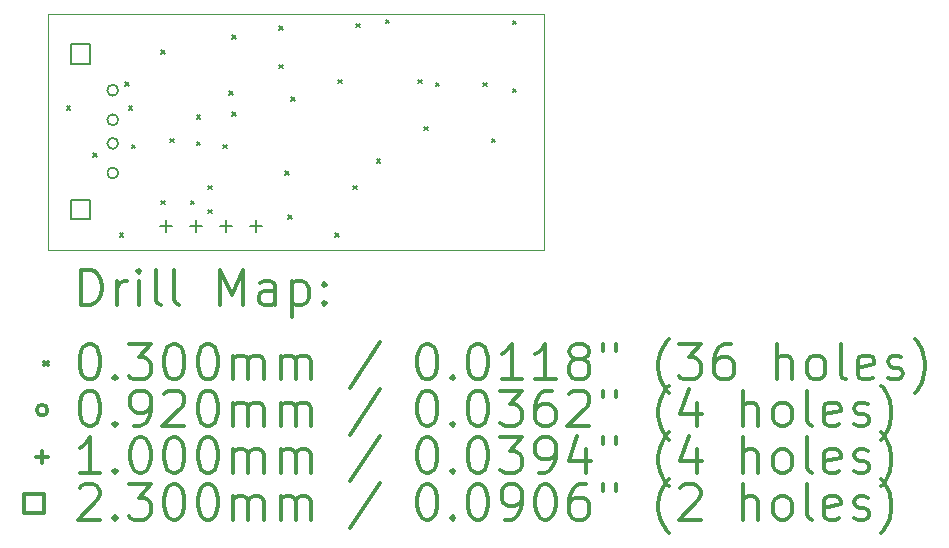
<source format=gbr>
%FSLAX45Y45*%
G04 Gerber Fmt 4.5, Leading zero omitted, Abs format (unit mm)*
G04 Created by KiCad (PCBNEW (5.1.10)-1) date 2022-05-27 15:53:35*
%MOMM*%
%LPD*%
G01*
G04 APERTURE LIST*
%TA.AperFunction,Profile*%
%ADD10C,0.038100*%
%TD*%
%ADD11C,0.200000*%
%ADD12C,0.300000*%
G04 APERTURE END LIST*
D10*
X14300000Y-11500000D02*
X10100000Y-11500000D01*
X14300000Y-13500000D02*
X14300000Y-11500000D01*
X10100000Y-13500000D02*
X14300000Y-13500000D01*
X10100000Y-11500000D02*
X10100000Y-13500000D01*
D11*
X10260000Y-12285000D02*
X10290000Y-12315000D01*
X10290000Y-12285000D02*
X10260000Y-12315000D01*
X10485000Y-12685000D02*
X10515000Y-12715000D01*
X10515000Y-12685000D02*
X10485000Y-12715000D01*
X10710000Y-13360000D02*
X10740000Y-13390000D01*
X10740000Y-13360000D02*
X10710000Y-13390000D01*
X10756841Y-12081841D02*
X10786841Y-12111841D01*
X10786841Y-12081841D02*
X10756841Y-12111841D01*
X10785000Y-12285000D02*
X10815000Y-12315000D01*
X10815000Y-12285000D02*
X10785000Y-12315000D01*
X10810000Y-12610000D02*
X10840000Y-12640000D01*
X10840000Y-12610000D02*
X10810000Y-12640000D01*
X11060000Y-11810000D02*
X11090000Y-11840000D01*
X11090000Y-11810000D02*
X11060000Y-11840000D01*
X11060000Y-13085000D02*
X11090000Y-13115000D01*
X11090000Y-13085000D02*
X11060000Y-13115000D01*
X11135000Y-12560000D02*
X11165000Y-12590000D01*
X11165000Y-12560000D02*
X11135000Y-12590000D01*
X11310000Y-13085000D02*
X11340000Y-13115000D01*
X11340000Y-13085000D02*
X11310000Y-13115000D01*
X11360000Y-12360000D02*
X11390000Y-12390000D01*
X11390000Y-12360000D02*
X11360000Y-12390000D01*
X11360000Y-12585000D02*
X11390000Y-12615000D01*
X11390000Y-12585000D02*
X11360000Y-12615000D01*
X11460000Y-12960000D02*
X11490000Y-12990000D01*
X11490000Y-12960000D02*
X11460000Y-12990000D01*
X11460000Y-13160000D02*
X11490000Y-13190000D01*
X11490000Y-13160000D02*
X11460000Y-13190000D01*
X11585000Y-12610000D02*
X11615000Y-12640000D01*
X11615000Y-12610000D02*
X11585000Y-12640000D01*
X11635000Y-12160000D02*
X11665000Y-12190000D01*
X11665000Y-12160000D02*
X11635000Y-12190000D01*
X11660000Y-11685000D02*
X11690000Y-11715000D01*
X11690000Y-11685000D02*
X11660000Y-11715000D01*
X11660000Y-12335000D02*
X11690000Y-12365000D01*
X11690000Y-12335000D02*
X11660000Y-12365000D01*
X12060000Y-11610000D02*
X12090000Y-11640000D01*
X12090000Y-11610000D02*
X12060000Y-11640000D01*
X12060000Y-11935000D02*
X12090000Y-11965000D01*
X12090000Y-11935000D02*
X12060000Y-11965000D01*
X12110000Y-12835000D02*
X12140000Y-12865000D01*
X12140000Y-12835000D02*
X12110000Y-12865000D01*
X12135000Y-13210000D02*
X12165000Y-13240000D01*
X12165000Y-13210000D02*
X12135000Y-13240000D01*
X12160000Y-12210000D02*
X12190000Y-12240000D01*
X12190000Y-12210000D02*
X12160000Y-12240000D01*
X12535000Y-13360000D02*
X12565000Y-13390000D01*
X12565000Y-13360000D02*
X12535000Y-13390000D01*
X12560000Y-12060000D02*
X12590000Y-12090000D01*
X12590000Y-12060000D02*
X12560000Y-12090000D01*
X12685000Y-12960000D02*
X12715000Y-12990000D01*
X12715000Y-12960000D02*
X12685000Y-12990000D01*
X12710000Y-11585000D02*
X12740000Y-11615000D01*
X12740000Y-11585000D02*
X12710000Y-11615000D01*
X12885000Y-12735000D02*
X12915000Y-12765000D01*
X12915000Y-12735000D02*
X12885000Y-12765000D01*
X12960000Y-11552500D02*
X12990000Y-11582500D01*
X12990000Y-11552500D02*
X12960000Y-11582500D01*
X13235000Y-12060000D02*
X13265000Y-12090000D01*
X13265000Y-12060000D02*
X13235000Y-12090000D01*
X13285000Y-12460000D02*
X13315000Y-12490000D01*
X13315000Y-12460000D02*
X13285000Y-12490000D01*
X13385000Y-12085000D02*
X13415000Y-12115000D01*
X13415000Y-12085000D02*
X13385000Y-12115000D01*
X13785000Y-12085000D02*
X13815000Y-12115000D01*
X13815000Y-12085000D02*
X13785000Y-12115000D01*
X13860000Y-12560000D02*
X13890000Y-12590000D01*
X13890000Y-12560000D02*
X13860000Y-12590000D01*
X14035000Y-11560000D02*
X14065000Y-11590000D01*
X14065000Y-11560000D02*
X14035000Y-11590000D01*
X14035000Y-12135000D02*
X14065000Y-12165000D01*
X14065000Y-12135000D02*
X14035000Y-12165000D01*
X10696000Y-12150000D02*
G75*
G03*
X10696000Y-12150000I-46000J0D01*
G01*
X10696000Y-12400000D02*
G75*
G03*
X10696000Y-12400000I-46000J0D01*
G01*
X10696000Y-12600000D02*
G75*
G03*
X10696000Y-12600000I-46000J0D01*
G01*
X10696000Y-12850000D02*
G75*
G03*
X10696000Y-12850000I-46000J0D01*
G01*
X11100000Y-13250000D02*
X11100000Y-13350000D01*
X11050000Y-13300000D02*
X11150000Y-13300000D01*
X11354000Y-13250000D02*
X11354000Y-13350000D01*
X11304000Y-13300000D02*
X11404000Y-13300000D01*
X11608000Y-13250000D02*
X11608000Y-13350000D01*
X11558000Y-13300000D02*
X11658000Y-13300000D01*
X11862000Y-13250000D02*
X11862000Y-13350000D01*
X11812000Y-13300000D02*
X11912000Y-13300000D01*
X10460318Y-11924318D02*
X10460318Y-11761682D01*
X10297682Y-11761682D01*
X10297682Y-11924318D01*
X10460318Y-11924318D01*
X10460318Y-13238318D02*
X10460318Y-13075682D01*
X10297682Y-13075682D01*
X10297682Y-13238318D01*
X10460318Y-13238318D01*
D12*
X10384523Y-13967619D02*
X10384523Y-13667619D01*
X10455952Y-13667619D01*
X10498809Y-13681905D01*
X10527381Y-13710476D01*
X10541666Y-13739048D01*
X10555952Y-13796191D01*
X10555952Y-13839048D01*
X10541666Y-13896191D01*
X10527381Y-13924762D01*
X10498809Y-13953334D01*
X10455952Y-13967619D01*
X10384523Y-13967619D01*
X10684523Y-13967619D02*
X10684523Y-13767619D01*
X10684523Y-13824762D02*
X10698809Y-13796191D01*
X10713095Y-13781905D01*
X10741666Y-13767619D01*
X10770238Y-13767619D01*
X10870238Y-13967619D02*
X10870238Y-13767619D01*
X10870238Y-13667619D02*
X10855952Y-13681905D01*
X10870238Y-13696191D01*
X10884523Y-13681905D01*
X10870238Y-13667619D01*
X10870238Y-13696191D01*
X11055952Y-13967619D02*
X11027381Y-13953334D01*
X11013095Y-13924762D01*
X11013095Y-13667619D01*
X11213095Y-13967619D02*
X11184523Y-13953334D01*
X11170238Y-13924762D01*
X11170238Y-13667619D01*
X11555952Y-13967619D02*
X11555952Y-13667619D01*
X11655952Y-13881905D01*
X11755952Y-13667619D01*
X11755952Y-13967619D01*
X12027381Y-13967619D02*
X12027381Y-13810476D01*
X12013095Y-13781905D01*
X11984523Y-13767619D01*
X11927381Y-13767619D01*
X11898809Y-13781905D01*
X12027381Y-13953334D02*
X11998809Y-13967619D01*
X11927381Y-13967619D01*
X11898809Y-13953334D01*
X11884523Y-13924762D01*
X11884523Y-13896191D01*
X11898809Y-13867619D01*
X11927381Y-13853334D01*
X11998809Y-13853334D01*
X12027381Y-13839048D01*
X12170238Y-13767619D02*
X12170238Y-14067619D01*
X12170238Y-13781905D02*
X12198809Y-13767619D01*
X12255952Y-13767619D01*
X12284523Y-13781905D01*
X12298809Y-13796191D01*
X12313095Y-13824762D01*
X12313095Y-13910476D01*
X12298809Y-13939048D01*
X12284523Y-13953334D01*
X12255952Y-13967619D01*
X12198809Y-13967619D01*
X12170238Y-13953334D01*
X12441666Y-13939048D02*
X12455952Y-13953334D01*
X12441666Y-13967619D01*
X12427381Y-13953334D01*
X12441666Y-13939048D01*
X12441666Y-13967619D01*
X12441666Y-13781905D02*
X12455952Y-13796191D01*
X12441666Y-13810476D01*
X12427381Y-13796191D01*
X12441666Y-13781905D01*
X12441666Y-13810476D01*
X10068095Y-14446905D02*
X10098095Y-14476905D01*
X10098095Y-14446905D02*
X10068095Y-14476905D01*
X10441666Y-14297619D02*
X10470238Y-14297619D01*
X10498809Y-14311905D01*
X10513095Y-14326191D01*
X10527381Y-14354762D01*
X10541666Y-14411905D01*
X10541666Y-14483334D01*
X10527381Y-14540476D01*
X10513095Y-14569048D01*
X10498809Y-14583334D01*
X10470238Y-14597619D01*
X10441666Y-14597619D01*
X10413095Y-14583334D01*
X10398809Y-14569048D01*
X10384523Y-14540476D01*
X10370238Y-14483334D01*
X10370238Y-14411905D01*
X10384523Y-14354762D01*
X10398809Y-14326191D01*
X10413095Y-14311905D01*
X10441666Y-14297619D01*
X10670238Y-14569048D02*
X10684523Y-14583334D01*
X10670238Y-14597619D01*
X10655952Y-14583334D01*
X10670238Y-14569048D01*
X10670238Y-14597619D01*
X10784523Y-14297619D02*
X10970238Y-14297619D01*
X10870238Y-14411905D01*
X10913095Y-14411905D01*
X10941666Y-14426191D01*
X10955952Y-14440476D01*
X10970238Y-14469048D01*
X10970238Y-14540476D01*
X10955952Y-14569048D01*
X10941666Y-14583334D01*
X10913095Y-14597619D01*
X10827381Y-14597619D01*
X10798809Y-14583334D01*
X10784523Y-14569048D01*
X11155952Y-14297619D02*
X11184523Y-14297619D01*
X11213095Y-14311905D01*
X11227381Y-14326191D01*
X11241666Y-14354762D01*
X11255952Y-14411905D01*
X11255952Y-14483334D01*
X11241666Y-14540476D01*
X11227381Y-14569048D01*
X11213095Y-14583334D01*
X11184523Y-14597619D01*
X11155952Y-14597619D01*
X11127381Y-14583334D01*
X11113095Y-14569048D01*
X11098809Y-14540476D01*
X11084523Y-14483334D01*
X11084523Y-14411905D01*
X11098809Y-14354762D01*
X11113095Y-14326191D01*
X11127381Y-14311905D01*
X11155952Y-14297619D01*
X11441666Y-14297619D02*
X11470238Y-14297619D01*
X11498809Y-14311905D01*
X11513095Y-14326191D01*
X11527381Y-14354762D01*
X11541666Y-14411905D01*
X11541666Y-14483334D01*
X11527381Y-14540476D01*
X11513095Y-14569048D01*
X11498809Y-14583334D01*
X11470238Y-14597619D01*
X11441666Y-14597619D01*
X11413095Y-14583334D01*
X11398809Y-14569048D01*
X11384523Y-14540476D01*
X11370238Y-14483334D01*
X11370238Y-14411905D01*
X11384523Y-14354762D01*
X11398809Y-14326191D01*
X11413095Y-14311905D01*
X11441666Y-14297619D01*
X11670238Y-14597619D02*
X11670238Y-14397619D01*
X11670238Y-14426191D02*
X11684523Y-14411905D01*
X11713095Y-14397619D01*
X11755952Y-14397619D01*
X11784523Y-14411905D01*
X11798809Y-14440476D01*
X11798809Y-14597619D01*
X11798809Y-14440476D02*
X11813095Y-14411905D01*
X11841666Y-14397619D01*
X11884523Y-14397619D01*
X11913095Y-14411905D01*
X11927381Y-14440476D01*
X11927381Y-14597619D01*
X12070238Y-14597619D02*
X12070238Y-14397619D01*
X12070238Y-14426191D02*
X12084523Y-14411905D01*
X12113095Y-14397619D01*
X12155952Y-14397619D01*
X12184523Y-14411905D01*
X12198809Y-14440476D01*
X12198809Y-14597619D01*
X12198809Y-14440476D02*
X12213095Y-14411905D01*
X12241666Y-14397619D01*
X12284523Y-14397619D01*
X12313095Y-14411905D01*
X12327381Y-14440476D01*
X12327381Y-14597619D01*
X12913095Y-14283334D02*
X12655952Y-14669048D01*
X13298809Y-14297619D02*
X13327381Y-14297619D01*
X13355952Y-14311905D01*
X13370238Y-14326191D01*
X13384523Y-14354762D01*
X13398809Y-14411905D01*
X13398809Y-14483334D01*
X13384523Y-14540476D01*
X13370238Y-14569048D01*
X13355952Y-14583334D01*
X13327381Y-14597619D01*
X13298809Y-14597619D01*
X13270238Y-14583334D01*
X13255952Y-14569048D01*
X13241666Y-14540476D01*
X13227381Y-14483334D01*
X13227381Y-14411905D01*
X13241666Y-14354762D01*
X13255952Y-14326191D01*
X13270238Y-14311905D01*
X13298809Y-14297619D01*
X13527381Y-14569048D02*
X13541666Y-14583334D01*
X13527381Y-14597619D01*
X13513095Y-14583334D01*
X13527381Y-14569048D01*
X13527381Y-14597619D01*
X13727381Y-14297619D02*
X13755952Y-14297619D01*
X13784523Y-14311905D01*
X13798809Y-14326191D01*
X13813095Y-14354762D01*
X13827381Y-14411905D01*
X13827381Y-14483334D01*
X13813095Y-14540476D01*
X13798809Y-14569048D01*
X13784523Y-14583334D01*
X13755952Y-14597619D01*
X13727381Y-14597619D01*
X13698809Y-14583334D01*
X13684523Y-14569048D01*
X13670238Y-14540476D01*
X13655952Y-14483334D01*
X13655952Y-14411905D01*
X13670238Y-14354762D01*
X13684523Y-14326191D01*
X13698809Y-14311905D01*
X13727381Y-14297619D01*
X14113095Y-14597619D02*
X13941666Y-14597619D01*
X14027381Y-14597619D02*
X14027381Y-14297619D01*
X13998809Y-14340476D01*
X13970238Y-14369048D01*
X13941666Y-14383334D01*
X14398809Y-14597619D02*
X14227381Y-14597619D01*
X14313095Y-14597619D02*
X14313095Y-14297619D01*
X14284523Y-14340476D01*
X14255952Y-14369048D01*
X14227381Y-14383334D01*
X14570238Y-14426191D02*
X14541666Y-14411905D01*
X14527381Y-14397619D01*
X14513095Y-14369048D01*
X14513095Y-14354762D01*
X14527381Y-14326191D01*
X14541666Y-14311905D01*
X14570238Y-14297619D01*
X14627381Y-14297619D01*
X14655952Y-14311905D01*
X14670238Y-14326191D01*
X14684523Y-14354762D01*
X14684523Y-14369048D01*
X14670238Y-14397619D01*
X14655952Y-14411905D01*
X14627381Y-14426191D01*
X14570238Y-14426191D01*
X14541666Y-14440476D01*
X14527381Y-14454762D01*
X14513095Y-14483334D01*
X14513095Y-14540476D01*
X14527381Y-14569048D01*
X14541666Y-14583334D01*
X14570238Y-14597619D01*
X14627381Y-14597619D01*
X14655952Y-14583334D01*
X14670238Y-14569048D01*
X14684523Y-14540476D01*
X14684523Y-14483334D01*
X14670238Y-14454762D01*
X14655952Y-14440476D01*
X14627381Y-14426191D01*
X14798809Y-14297619D02*
X14798809Y-14354762D01*
X14913095Y-14297619D02*
X14913095Y-14354762D01*
X15355952Y-14711905D02*
X15341666Y-14697619D01*
X15313095Y-14654762D01*
X15298809Y-14626191D01*
X15284523Y-14583334D01*
X15270238Y-14511905D01*
X15270238Y-14454762D01*
X15284523Y-14383334D01*
X15298809Y-14340476D01*
X15313095Y-14311905D01*
X15341666Y-14269048D01*
X15355952Y-14254762D01*
X15441666Y-14297619D02*
X15627381Y-14297619D01*
X15527381Y-14411905D01*
X15570238Y-14411905D01*
X15598809Y-14426191D01*
X15613095Y-14440476D01*
X15627381Y-14469048D01*
X15627381Y-14540476D01*
X15613095Y-14569048D01*
X15598809Y-14583334D01*
X15570238Y-14597619D01*
X15484523Y-14597619D01*
X15455952Y-14583334D01*
X15441666Y-14569048D01*
X15884523Y-14297619D02*
X15827381Y-14297619D01*
X15798809Y-14311905D01*
X15784523Y-14326191D01*
X15755952Y-14369048D01*
X15741666Y-14426191D01*
X15741666Y-14540476D01*
X15755952Y-14569048D01*
X15770238Y-14583334D01*
X15798809Y-14597619D01*
X15855952Y-14597619D01*
X15884523Y-14583334D01*
X15898809Y-14569048D01*
X15913095Y-14540476D01*
X15913095Y-14469048D01*
X15898809Y-14440476D01*
X15884523Y-14426191D01*
X15855952Y-14411905D01*
X15798809Y-14411905D01*
X15770238Y-14426191D01*
X15755952Y-14440476D01*
X15741666Y-14469048D01*
X16270238Y-14597619D02*
X16270238Y-14297619D01*
X16398809Y-14597619D02*
X16398809Y-14440476D01*
X16384523Y-14411905D01*
X16355952Y-14397619D01*
X16313095Y-14397619D01*
X16284523Y-14411905D01*
X16270238Y-14426191D01*
X16584523Y-14597619D02*
X16555952Y-14583334D01*
X16541666Y-14569048D01*
X16527381Y-14540476D01*
X16527381Y-14454762D01*
X16541666Y-14426191D01*
X16555952Y-14411905D01*
X16584523Y-14397619D01*
X16627381Y-14397619D01*
X16655952Y-14411905D01*
X16670238Y-14426191D01*
X16684523Y-14454762D01*
X16684523Y-14540476D01*
X16670238Y-14569048D01*
X16655952Y-14583334D01*
X16627381Y-14597619D01*
X16584523Y-14597619D01*
X16855952Y-14597619D02*
X16827381Y-14583334D01*
X16813095Y-14554762D01*
X16813095Y-14297619D01*
X17084523Y-14583334D02*
X17055952Y-14597619D01*
X16998809Y-14597619D01*
X16970238Y-14583334D01*
X16955952Y-14554762D01*
X16955952Y-14440476D01*
X16970238Y-14411905D01*
X16998809Y-14397619D01*
X17055952Y-14397619D01*
X17084523Y-14411905D01*
X17098809Y-14440476D01*
X17098809Y-14469048D01*
X16955952Y-14497619D01*
X17213095Y-14583334D02*
X17241666Y-14597619D01*
X17298809Y-14597619D01*
X17327381Y-14583334D01*
X17341666Y-14554762D01*
X17341666Y-14540476D01*
X17327381Y-14511905D01*
X17298809Y-14497619D01*
X17255952Y-14497619D01*
X17227381Y-14483334D01*
X17213095Y-14454762D01*
X17213095Y-14440476D01*
X17227381Y-14411905D01*
X17255952Y-14397619D01*
X17298809Y-14397619D01*
X17327381Y-14411905D01*
X17441666Y-14711905D02*
X17455952Y-14697619D01*
X17484523Y-14654762D01*
X17498809Y-14626191D01*
X17513095Y-14583334D01*
X17527381Y-14511905D01*
X17527381Y-14454762D01*
X17513095Y-14383334D01*
X17498809Y-14340476D01*
X17484523Y-14311905D01*
X17455952Y-14269048D01*
X17441666Y-14254762D01*
X10098095Y-14857905D02*
G75*
G03*
X10098095Y-14857905I-46000J0D01*
G01*
X10441666Y-14693619D02*
X10470238Y-14693619D01*
X10498809Y-14707905D01*
X10513095Y-14722191D01*
X10527381Y-14750762D01*
X10541666Y-14807905D01*
X10541666Y-14879334D01*
X10527381Y-14936476D01*
X10513095Y-14965048D01*
X10498809Y-14979334D01*
X10470238Y-14993619D01*
X10441666Y-14993619D01*
X10413095Y-14979334D01*
X10398809Y-14965048D01*
X10384523Y-14936476D01*
X10370238Y-14879334D01*
X10370238Y-14807905D01*
X10384523Y-14750762D01*
X10398809Y-14722191D01*
X10413095Y-14707905D01*
X10441666Y-14693619D01*
X10670238Y-14965048D02*
X10684523Y-14979334D01*
X10670238Y-14993619D01*
X10655952Y-14979334D01*
X10670238Y-14965048D01*
X10670238Y-14993619D01*
X10827381Y-14993619D02*
X10884523Y-14993619D01*
X10913095Y-14979334D01*
X10927381Y-14965048D01*
X10955952Y-14922191D01*
X10970238Y-14865048D01*
X10970238Y-14750762D01*
X10955952Y-14722191D01*
X10941666Y-14707905D01*
X10913095Y-14693619D01*
X10855952Y-14693619D01*
X10827381Y-14707905D01*
X10813095Y-14722191D01*
X10798809Y-14750762D01*
X10798809Y-14822191D01*
X10813095Y-14850762D01*
X10827381Y-14865048D01*
X10855952Y-14879334D01*
X10913095Y-14879334D01*
X10941666Y-14865048D01*
X10955952Y-14850762D01*
X10970238Y-14822191D01*
X11084523Y-14722191D02*
X11098809Y-14707905D01*
X11127381Y-14693619D01*
X11198809Y-14693619D01*
X11227381Y-14707905D01*
X11241666Y-14722191D01*
X11255952Y-14750762D01*
X11255952Y-14779334D01*
X11241666Y-14822191D01*
X11070238Y-14993619D01*
X11255952Y-14993619D01*
X11441666Y-14693619D02*
X11470238Y-14693619D01*
X11498809Y-14707905D01*
X11513095Y-14722191D01*
X11527381Y-14750762D01*
X11541666Y-14807905D01*
X11541666Y-14879334D01*
X11527381Y-14936476D01*
X11513095Y-14965048D01*
X11498809Y-14979334D01*
X11470238Y-14993619D01*
X11441666Y-14993619D01*
X11413095Y-14979334D01*
X11398809Y-14965048D01*
X11384523Y-14936476D01*
X11370238Y-14879334D01*
X11370238Y-14807905D01*
X11384523Y-14750762D01*
X11398809Y-14722191D01*
X11413095Y-14707905D01*
X11441666Y-14693619D01*
X11670238Y-14993619D02*
X11670238Y-14793619D01*
X11670238Y-14822191D02*
X11684523Y-14807905D01*
X11713095Y-14793619D01*
X11755952Y-14793619D01*
X11784523Y-14807905D01*
X11798809Y-14836476D01*
X11798809Y-14993619D01*
X11798809Y-14836476D02*
X11813095Y-14807905D01*
X11841666Y-14793619D01*
X11884523Y-14793619D01*
X11913095Y-14807905D01*
X11927381Y-14836476D01*
X11927381Y-14993619D01*
X12070238Y-14993619D02*
X12070238Y-14793619D01*
X12070238Y-14822191D02*
X12084523Y-14807905D01*
X12113095Y-14793619D01*
X12155952Y-14793619D01*
X12184523Y-14807905D01*
X12198809Y-14836476D01*
X12198809Y-14993619D01*
X12198809Y-14836476D02*
X12213095Y-14807905D01*
X12241666Y-14793619D01*
X12284523Y-14793619D01*
X12313095Y-14807905D01*
X12327381Y-14836476D01*
X12327381Y-14993619D01*
X12913095Y-14679334D02*
X12655952Y-15065048D01*
X13298809Y-14693619D02*
X13327381Y-14693619D01*
X13355952Y-14707905D01*
X13370238Y-14722191D01*
X13384523Y-14750762D01*
X13398809Y-14807905D01*
X13398809Y-14879334D01*
X13384523Y-14936476D01*
X13370238Y-14965048D01*
X13355952Y-14979334D01*
X13327381Y-14993619D01*
X13298809Y-14993619D01*
X13270238Y-14979334D01*
X13255952Y-14965048D01*
X13241666Y-14936476D01*
X13227381Y-14879334D01*
X13227381Y-14807905D01*
X13241666Y-14750762D01*
X13255952Y-14722191D01*
X13270238Y-14707905D01*
X13298809Y-14693619D01*
X13527381Y-14965048D02*
X13541666Y-14979334D01*
X13527381Y-14993619D01*
X13513095Y-14979334D01*
X13527381Y-14965048D01*
X13527381Y-14993619D01*
X13727381Y-14693619D02*
X13755952Y-14693619D01*
X13784523Y-14707905D01*
X13798809Y-14722191D01*
X13813095Y-14750762D01*
X13827381Y-14807905D01*
X13827381Y-14879334D01*
X13813095Y-14936476D01*
X13798809Y-14965048D01*
X13784523Y-14979334D01*
X13755952Y-14993619D01*
X13727381Y-14993619D01*
X13698809Y-14979334D01*
X13684523Y-14965048D01*
X13670238Y-14936476D01*
X13655952Y-14879334D01*
X13655952Y-14807905D01*
X13670238Y-14750762D01*
X13684523Y-14722191D01*
X13698809Y-14707905D01*
X13727381Y-14693619D01*
X13927381Y-14693619D02*
X14113095Y-14693619D01*
X14013095Y-14807905D01*
X14055952Y-14807905D01*
X14084523Y-14822191D01*
X14098809Y-14836476D01*
X14113095Y-14865048D01*
X14113095Y-14936476D01*
X14098809Y-14965048D01*
X14084523Y-14979334D01*
X14055952Y-14993619D01*
X13970238Y-14993619D01*
X13941666Y-14979334D01*
X13927381Y-14965048D01*
X14370238Y-14693619D02*
X14313095Y-14693619D01*
X14284523Y-14707905D01*
X14270238Y-14722191D01*
X14241666Y-14765048D01*
X14227381Y-14822191D01*
X14227381Y-14936476D01*
X14241666Y-14965048D01*
X14255952Y-14979334D01*
X14284523Y-14993619D01*
X14341666Y-14993619D01*
X14370238Y-14979334D01*
X14384523Y-14965048D01*
X14398809Y-14936476D01*
X14398809Y-14865048D01*
X14384523Y-14836476D01*
X14370238Y-14822191D01*
X14341666Y-14807905D01*
X14284523Y-14807905D01*
X14255952Y-14822191D01*
X14241666Y-14836476D01*
X14227381Y-14865048D01*
X14513095Y-14722191D02*
X14527381Y-14707905D01*
X14555952Y-14693619D01*
X14627381Y-14693619D01*
X14655952Y-14707905D01*
X14670238Y-14722191D01*
X14684523Y-14750762D01*
X14684523Y-14779334D01*
X14670238Y-14822191D01*
X14498809Y-14993619D01*
X14684523Y-14993619D01*
X14798809Y-14693619D02*
X14798809Y-14750762D01*
X14913095Y-14693619D02*
X14913095Y-14750762D01*
X15355952Y-15107905D02*
X15341666Y-15093619D01*
X15313095Y-15050762D01*
X15298809Y-15022191D01*
X15284523Y-14979334D01*
X15270238Y-14907905D01*
X15270238Y-14850762D01*
X15284523Y-14779334D01*
X15298809Y-14736476D01*
X15313095Y-14707905D01*
X15341666Y-14665048D01*
X15355952Y-14650762D01*
X15598809Y-14793619D02*
X15598809Y-14993619D01*
X15527381Y-14679334D02*
X15455952Y-14893619D01*
X15641666Y-14893619D01*
X15984523Y-14993619D02*
X15984523Y-14693619D01*
X16113095Y-14993619D02*
X16113095Y-14836476D01*
X16098809Y-14807905D01*
X16070238Y-14793619D01*
X16027381Y-14793619D01*
X15998809Y-14807905D01*
X15984523Y-14822191D01*
X16298809Y-14993619D02*
X16270238Y-14979334D01*
X16255952Y-14965048D01*
X16241666Y-14936476D01*
X16241666Y-14850762D01*
X16255952Y-14822191D01*
X16270238Y-14807905D01*
X16298809Y-14793619D01*
X16341666Y-14793619D01*
X16370238Y-14807905D01*
X16384523Y-14822191D01*
X16398809Y-14850762D01*
X16398809Y-14936476D01*
X16384523Y-14965048D01*
X16370238Y-14979334D01*
X16341666Y-14993619D01*
X16298809Y-14993619D01*
X16570238Y-14993619D02*
X16541666Y-14979334D01*
X16527381Y-14950762D01*
X16527381Y-14693619D01*
X16798809Y-14979334D02*
X16770238Y-14993619D01*
X16713095Y-14993619D01*
X16684523Y-14979334D01*
X16670238Y-14950762D01*
X16670238Y-14836476D01*
X16684523Y-14807905D01*
X16713095Y-14793619D01*
X16770238Y-14793619D01*
X16798809Y-14807905D01*
X16813095Y-14836476D01*
X16813095Y-14865048D01*
X16670238Y-14893619D01*
X16927381Y-14979334D02*
X16955952Y-14993619D01*
X17013095Y-14993619D01*
X17041666Y-14979334D01*
X17055952Y-14950762D01*
X17055952Y-14936476D01*
X17041666Y-14907905D01*
X17013095Y-14893619D01*
X16970238Y-14893619D01*
X16941666Y-14879334D01*
X16927381Y-14850762D01*
X16927381Y-14836476D01*
X16941666Y-14807905D01*
X16970238Y-14793619D01*
X17013095Y-14793619D01*
X17041666Y-14807905D01*
X17155952Y-15107905D02*
X17170238Y-15093619D01*
X17198809Y-15050762D01*
X17213095Y-15022191D01*
X17227381Y-14979334D01*
X17241666Y-14907905D01*
X17241666Y-14850762D01*
X17227381Y-14779334D01*
X17213095Y-14736476D01*
X17198809Y-14707905D01*
X17170238Y-14665048D01*
X17155952Y-14650762D01*
X10048095Y-15203905D02*
X10048095Y-15303905D01*
X9998095Y-15253905D02*
X10098095Y-15253905D01*
X10541666Y-15389619D02*
X10370238Y-15389619D01*
X10455952Y-15389619D02*
X10455952Y-15089619D01*
X10427381Y-15132476D01*
X10398809Y-15161048D01*
X10370238Y-15175334D01*
X10670238Y-15361048D02*
X10684523Y-15375334D01*
X10670238Y-15389619D01*
X10655952Y-15375334D01*
X10670238Y-15361048D01*
X10670238Y-15389619D01*
X10870238Y-15089619D02*
X10898809Y-15089619D01*
X10927381Y-15103905D01*
X10941666Y-15118191D01*
X10955952Y-15146762D01*
X10970238Y-15203905D01*
X10970238Y-15275334D01*
X10955952Y-15332476D01*
X10941666Y-15361048D01*
X10927381Y-15375334D01*
X10898809Y-15389619D01*
X10870238Y-15389619D01*
X10841666Y-15375334D01*
X10827381Y-15361048D01*
X10813095Y-15332476D01*
X10798809Y-15275334D01*
X10798809Y-15203905D01*
X10813095Y-15146762D01*
X10827381Y-15118191D01*
X10841666Y-15103905D01*
X10870238Y-15089619D01*
X11155952Y-15089619D02*
X11184523Y-15089619D01*
X11213095Y-15103905D01*
X11227381Y-15118191D01*
X11241666Y-15146762D01*
X11255952Y-15203905D01*
X11255952Y-15275334D01*
X11241666Y-15332476D01*
X11227381Y-15361048D01*
X11213095Y-15375334D01*
X11184523Y-15389619D01*
X11155952Y-15389619D01*
X11127381Y-15375334D01*
X11113095Y-15361048D01*
X11098809Y-15332476D01*
X11084523Y-15275334D01*
X11084523Y-15203905D01*
X11098809Y-15146762D01*
X11113095Y-15118191D01*
X11127381Y-15103905D01*
X11155952Y-15089619D01*
X11441666Y-15089619D02*
X11470238Y-15089619D01*
X11498809Y-15103905D01*
X11513095Y-15118191D01*
X11527381Y-15146762D01*
X11541666Y-15203905D01*
X11541666Y-15275334D01*
X11527381Y-15332476D01*
X11513095Y-15361048D01*
X11498809Y-15375334D01*
X11470238Y-15389619D01*
X11441666Y-15389619D01*
X11413095Y-15375334D01*
X11398809Y-15361048D01*
X11384523Y-15332476D01*
X11370238Y-15275334D01*
X11370238Y-15203905D01*
X11384523Y-15146762D01*
X11398809Y-15118191D01*
X11413095Y-15103905D01*
X11441666Y-15089619D01*
X11670238Y-15389619D02*
X11670238Y-15189619D01*
X11670238Y-15218191D02*
X11684523Y-15203905D01*
X11713095Y-15189619D01*
X11755952Y-15189619D01*
X11784523Y-15203905D01*
X11798809Y-15232476D01*
X11798809Y-15389619D01*
X11798809Y-15232476D02*
X11813095Y-15203905D01*
X11841666Y-15189619D01*
X11884523Y-15189619D01*
X11913095Y-15203905D01*
X11927381Y-15232476D01*
X11927381Y-15389619D01*
X12070238Y-15389619D02*
X12070238Y-15189619D01*
X12070238Y-15218191D02*
X12084523Y-15203905D01*
X12113095Y-15189619D01*
X12155952Y-15189619D01*
X12184523Y-15203905D01*
X12198809Y-15232476D01*
X12198809Y-15389619D01*
X12198809Y-15232476D02*
X12213095Y-15203905D01*
X12241666Y-15189619D01*
X12284523Y-15189619D01*
X12313095Y-15203905D01*
X12327381Y-15232476D01*
X12327381Y-15389619D01*
X12913095Y-15075334D02*
X12655952Y-15461048D01*
X13298809Y-15089619D02*
X13327381Y-15089619D01*
X13355952Y-15103905D01*
X13370238Y-15118191D01*
X13384523Y-15146762D01*
X13398809Y-15203905D01*
X13398809Y-15275334D01*
X13384523Y-15332476D01*
X13370238Y-15361048D01*
X13355952Y-15375334D01*
X13327381Y-15389619D01*
X13298809Y-15389619D01*
X13270238Y-15375334D01*
X13255952Y-15361048D01*
X13241666Y-15332476D01*
X13227381Y-15275334D01*
X13227381Y-15203905D01*
X13241666Y-15146762D01*
X13255952Y-15118191D01*
X13270238Y-15103905D01*
X13298809Y-15089619D01*
X13527381Y-15361048D02*
X13541666Y-15375334D01*
X13527381Y-15389619D01*
X13513095Y-15375334D01*
X13527381Y-15361048D01*
X13527381Y-15389619D01*
X13727381Y-15089619D02*
X13755952Y-15089619D01*
X13784523Y-15103905D01*
X13798809Y-15118191D01*
X13813095Y-15146762D01*
X13827381Y-15203905D01*
X13827381Y-15275334D01*
X13813095Y-15332476D01*
X13798809Y-15361048D01*
X13784523Y-15375334D01*
X13755952Y-15389619D01*
X13727381Y-15389619D01*
X13698809Y-15375334D01*
X13684523Y-15361048D01*
X13670238Y-15332476D01*
X13655952Y-15275334D01*
X13655952Y-15203905D01*
X13670238Y-15146762D01*
X13684523Y-15118191D01*
X13698809Y-15103905D01*
X13727381Y-15089619D01*
X13927381Y-15089619D02*
X14113095Y-15089619D01*
X14013095Y-15203905D01*
X14055952Y-15203905D01*
X14084523Y-15218191D01*
X14098809Y-15232476D01*
X14113095Y-15261048D01*
X14113095Y-15332476D01*
X14098809Y-15361048D01*
X14084523Y-15375334D01*
X14055952Y-15389619D01*
X13970238Y-15389619D01*
X13941666Y-15375334D01*
X13927381Y-15361048D01*
X14255952Y-15389619D02*
X14313095Y-15389619D01*
X14341666Y-15375334D01*
X14355952Y-15361048D01*
X14384523Y-15318191D01*
X14398809Y-15261048D01*
X14398809Y-15146762D01*
X14384523Y-15118191D01*
X14370238Y-15103905D01*
X14341666Y-15089619D01*
X14284523Y-15089619D01*
X14255952Y-15103905D01*
X14241666Y-15118191D01*
X14227381Y-15146762D01*
X14227381Y-15218191D01*
X14241666Y-15246762D01*
X14255952Y-15261048D01*
X14284523Y-15275334D01*
X14341666Y-15275334D01*
X14370238Y-15261048D01*
X14384523Y-15246762D01*
X14398809Y-15218191D01*
X14655952Y-15189619D02*
X14655952Y-15389619D01*
X14584523Y-15075334D02*
X14513095Y-15289619D01*
X14698809Y-15289619D01*
X14798809Y-15089619D02*
X14798809Y-15146762D01*
X14913095Y-15089619D02*
X14913095Y-15146762D01*
X15355952Y-15503905D02*
X15341666Y-15489619D01*
X15313095Y-15446762D01*
X15298809Y-15418191D01*
X15284523Y-15375334D01*
X15270238Y-15303905D01*
X15270238Y-15246762D01*
X15284523Y-15175334D01*
X15298809Y-15132476D01*
X15313095Y-15103905D01*
X15341666Y-15061048D01*
X15355952Y-15046762D01*
X15598809Y-15189619D02*
X15598809Y-15389619D01*
X15527381Y-15075334D02*
X15455952Y-15289619D01*
X15641666Y-15289619D01*
X15984523Y-15389619D02*
X15984523Y-15089619D01*
X16113095Y-15389619D02*
X16113095Y-15232476D01*
X16098809Y-15203905D01*
X16070238Y-15189619D01*
X16027381Y-15189619D01*
X15998809Y-15203905D01*
X15984523Y-15218191D01*
X16298809Y-15389619D02*
X16270238Y-15375334D01*
X16255952Y-15361048D01*
X16241666Y-15332476D01*
X16241666Y-15246762D01*
X16255952Y-15218191D01*
X16270238Y-15203905D01*
X16298809Y-15189619D01*
X16341666Y-15189619D01*
X16370238Y-15203905D01*
X16384523Y-15218191D01*
X16398809Y-15246762D01*
X16398809Y-15332476D01*
X16384523Y-15361048D01*
X16370238Y-15375334D01*
X16341666Y-15389619D01*
X16298809Y-15389619D01*
X16570238Y-15389619D02*
X16541666Y-15375334D01*
X16527381Y-15346762D01*
X16527381Y-15089619D01*
X16798809Y-15375334D02*
X16770238Y-15389619D01*
X16713095Y-15389619D01*
X16684523Y-15375334D01*
X16670238Y-15346762D01*
X16670238Y-15232476D01*
X16684523Y-15203905D01*
X16713095Y-15189619D01*
X16770238Y-15189619D01*
X16798809Y-15203905D01*
X16813095Y-15232476D01*
X16813095Y-15261048D01*
X16670238Y-15289619D01*
X16927381Y-15375334D02*
X16955952Y-15389619D01*
X17013095Y-15389619D01*
X17041666Y-15375334D01*
X17055952Y-15346762D01*
X17055952Y-15332476D01*
X17041666Y-15303905D01*
X17013095Y-15289619D01*
X16970238Y-15289619D01*
X16941666Y-15275334D01*
X16927381Y-15246762D01*
X16927381Y-15232476D01*
X16941666Y-15203905D01*
X16970238Y-15189619D01*
X17013095Y-15189619D01*
X17041666Y-15203905D01*
X17155952Y-15503905D02*
X17170238Y-15489619D01*
X17198809Y-15446762D01*
X17213095Y-15418191D01*
X17227381Y-15375334D01*
X17241666Y-15303905D01*
X17241666Y-15246762D01*
X17227381Y-15175334D01*
X17213095Y-15132476D01*
X17198809Y-15103905D01*
X17170238Y-15061048D01*
X17155952Y-15046762D01*
X10064413Y-15731223D02*
X10064413Y-15568587D01*
X9901777Y-15568587D01*
X9901777Y-15731223D01*
X10064413Y-15731223D01*
X10370238Y-15514191D02*
X10384523Y-15499905D01*
X10413095Y-15485619D01*
X10484523Y-15485619D01*
X10513095Y-15499905D01*
X10527381Y-15514191D01*
X10541666Y-15542762D01*
X10541666Y-15571334D01*
X10527381Y-15614191D01*
X10355952Y-15785619D01*
X10541666Y-15785619D01*
X10670238Y-15757048D02*
X10684523Y-15771334D01*
X10670238Y-15785619D01*
X10655952Y-15771334D01*
X10670238Y-15757048D01*
X10670238Y-15785619D01*
X10784523Y-15485619D02*
X10970238Y-15485619D01*
X10870238Y-15599905D01*
X10913095Y-15599905D01*
X10941666Y-15614191D01*
X10955952Y-15628476D01*
X10970238Y-15657048D01*
X10970238Y-15728476D01*
X10955952Y-15757048D01*
X10941666Y-15771334D01*
X10913095Y-15785619D01*
X10827381Y-15785619D01*
X10798809Y-15771334D01*
X10784523Y-15757048D01*
X11155952Y-15485619D02*
X11184523Y-15485619D01*
X11213095Y-15499905D01*
X11227381Y-15514191D01*
X11241666Y-15542762D01*
X11255952Y-15599905D01*
X11255952Y-15671334D01*
X11241666Y-15728476D01*
X11227381Y-15757048D01*
X11213095Y-15771334D01*
X11184523Y-15785619D01*
X11155952Y-15785619D01*
X11127381Y-15771334D01*
X11113095Y-15757048D01*
X11098809Y-15728476D01*
X11084523Y-15671334D01*
X11084523Y-15599905D01*
X11098809Y-15542762D01*
X11113095Y-15514191D01*
X11127381Y-15499905D01*
X11155952Y-15485619D01*
X11441666Y-15485619D02*
X11470238Y-15485619D01*
X11498809Y-15499905D01*
X11513095Y-15514191D01*
X11527381Y-15542762D01*
X11541666Y-15599905D01*
X11541666Y-15671334D01*
X11527381Y-15728476D01*
X11513095Y-15757048D01*
X11498809Y-15771334D01*
X11470238Y-15785619D01*
X11441666Y-15785619D01*
X11413095Y-15771334D01*
X11398809Y-15757048D01*
X11384523Y-15728476D01*
X11370238Y-15671334D01*
X11370238Y-15599905D01*
X11384523Y-15542762D01*
X11398809Y-15514191D01*
X11413095Y-15499905D01*
X11441666Y-15485619D01*
X11670238Y-15785619D02*
X11670238Y-15585619D01*
X11670238Y-15614191D02*
X11684523Y-15599905D01*
X11713095Y-15585619D01*
X11755952Y-15585619D01*
X11784523Y-15599905D01*
X11798809Y-15628476D01*
X11798809Y-15785619D01*
X11798809Y-15628476D02*
X11813095Y-15599905D01*
X11841666Y-15585619D01*
X11884523Y-15585619D01*
X11913095Y-15599905D01*
X11927381Y-15628476D01*
X11927381Y-15785619D01*
X12070238Y-15785619D02*
X12070238Y-15585619D01*
X12070238Y-15614191D02*
X12084523Y-15599905D01*
X12113095Y-15585619D01*
X12155952Y-15585619D01*
X12184523Y-15599905D01*
X12198809Y-15628476D01*
X12198809Y-15785619D01*
X12198809Y-15628476D02*
X12213095Y-15599905D01*
X12241666Y-15585619D01*
X12284523Y-15585619D01*
X12313095Y-15599905D01*
X12327381Y-15628476D01*
X12327381Y-15785619D01*
X12913095Y-15471334D02*
X12655952Y-15857048D01*
X13298809Y-15485619D02*
X13327381Y-15485619D01*
X13355952Y-15499905D01*
X13370238Y-15514191D01*
X13384523Y-15542762D01*
X13398809Y-15599905D01*
X13398809Y-15671334D01*
X13384523Y-15728476D01*
X13370238Y-15757048D01*
X13355952Y-15771334D01*
X13327381Y-15785619D01*
X13298809Y-15785619D01*
X13270238Y-15771334D01*
X13255952Y-15757048D01*
X13241666Y-15728476D01*
X13227381Y-15671334D01*
X13227381Y-15599905D01*
X13241666Y-15542762D01*
X13255952Y-15514191D01*
X13270238Y-15499905D01*
X13298809Y-15485619D01*
X13527381Y-15757048D02*
X13541666Y-15771334D01*
X13527381Y-15785619D01*
X13513095Y-15771334D01*
X13527381Y-15757048D01*
X13527381Y-15785619D01*
X13727381Y-15485619D02*
X13755952Y-15485619D01*
X13784523Y-15499905D01*
X13798809Y-15514191D01*
X13813095Y-15542762D01*
X13827381Y-15599905D01*
X13827381Y-15671334D01*
X13813095Y-15728476D01*
X13798809Y-15757048D01*
X13784523Y-15771334D01*
X13755952Y-15785619D01*
X13727381Y-15785619D01*
X13698809Y-15771334D01*
X13684523Y-15757048D01*
X13670238Y-15728476D01*
X13655952Y-15671334D01*
X13655952Y-15599905D01*
X13670238Y-15542762D01*
X13684523Y-15514191D01*
X13698809Y-15499905D01*
X13727381Y-15485619D01*
X13970238Y-15785619D02*
X14027381Y-15785619D01*
X14055952Y-15771334D01*
X14070238Y-15757048D01*
X14098809Y-15714191D01*
X14113095Y-15657048D01*
X14113095Y-15542762D01*
X14098809Y-15514191D01*
X14084523Y-15499905D01*
X14055952Y-15485619D01*
X13998809Y-15485619D01*
X13970238Y-15499905D01*
X13955952Y-15514191D01*
X13941666Y-15542762D01*
X13941666Y-15614191D01*
X13955952Y-15642762D01*
X13970238Y-15657048D01*
X13998809Y-15671334D01*
X14055952Y-15671334D01*
X14084523Y-15657048D01*
X14098809Y-15642762D01*
X14113095Y-15614191D01*
X14298809Y-15485619D02*
X14327381Y-15485619D01*
X14355952Y-15499905D01*
X14370238Y-15514191D01*
X14384523Y-15542762D01*
X14398809Y-15599905D01*
X14398809Y-15671334D01*
X14384523Y-15728476D01*
X14370238Y-15757048D01*
X14355952Y-15771334D01*
X14327381Y-15785619D01*
X14298809Y-15785619D01*
X14270238Y-15771334D01*
X14255952Y-15757048D01*
X14241666Y-15728476D01*
X14227381Y-15671334D01*
X14227381Y-15599905D01*
X14241666Y-15542762D01*
X14255952Y-15514191D01*
X14270238Y-15499905D01*
X14298809Y-15485619D01*
X14655952Y-15485619D02*
X14598809Y-15485619D01*
X14570238Y-15499905D01*
X14555952Y-15514191D01*
X14527381Y-15557048D01*
X14513095Y-15614191D01*
X14513095Y-15728476D01*
X14527381Y-15757048D01*
X14541666Y-15771334D01*
X14570238Y-15785619D01*
X14627381Y-15785619D01*
X14655952Y-15771334D01*
X14670238Y-15757048D01*
X14684523Y-15728476D01*
X14684523Y-15657048D01*
X14670238Y-15628476D01*
X14655952Y-15614191D01*
X14627381Y-15599905D01*
X14570238Y-15599905D01*
X14541666Y-15614191D01*
X14527381Y-15628476D01*
X14513095Y-15657048D01*
X14798809Y-15485619D02*
X14798809Y-15542762D01*
X14913095Y-15485619D02*
X14913095Y-15542762D01*
X15355952Y-15899905D02*
X15341666Y-15885619D01*
X15313095Y-15842762D01*
X15298809Y-15814191D01*
X15284523Y-15771334D01*
X15270238Y-15699905D01*
X15270238Y-15642762D01*
X15284523Y-15571334D01*
X15298809Y-15528476D01*
X15313095Y-15499905D01*
X15341666Y-15457048D01*
X15355952Y-15442762D01*
X15455952Y-15514191D02*
X15470238Y-15499905D01*
X15498809Y-15485619D01*
X15570238Y-15485619D01*
X15598809Y-15499905D01*
X15613095Y-15514191D01*
X15627381Y-15542762D01*
X15627381Y-15571334D01*
X15613095Y-15614191D01*
X15441666Y-15785619D01*
X15627381Y-15785619D01*
X15984523Y-15785619D02*
X15984523Y-15485619D01*
X16113095Y-15785619D02*
X16113095Y-15628476D01*
X16098809Y-15599905D01*
X16070238Y-15585619D01*
X16027381Y-15585619D01*
X15998809Y-15599905D01*
X15984523Y-15614191D01*
X16298809Y-15785619D02*
X16270238Y-15771334D01*
X16255952Y-15757048D01*
X16241666Y-15728476D01*
X16241666Y-15642762D01*
X16255952Y-15614191D01*
X16270238Y-15599905D01*
X16298809Y-15585619D01*
X16341666Y-15585619D01*
X16370238Y-15599905D01*
X16384523Y-15614191D01*
X16398809Y-15642762D01*
X16398809Y-15728476D01*
X16384523Y-15757048D01*
X16370238Y-15771334D01*
X16341666Y-15785619D01*
X16298809Y-15785619D01*
X16570238Y-15785619D02*
X16541666Y-15771334D01*
X16527381Y-15742762D01*
X16527381Y-15485619D01*
X16798809Y-15771334D02*
X16770238Y-15785619D01*
X16713095Y-15785619D01*
X16684523Y-15771334D01*
X16670238Y-15742762D01*
X16670238Y-15628476D01*
X16684523Y-15599905D01*
X16713095Y-15585619D01*
X16770238Y-15585619D01*
X16798809Y-15599905D01*
X16813095Y-15628476D01*
X16813095Y-15657048D01*
X16670238Y-15685619D01*
X16927381Y-15771334D02*
X16955952Y-15785619D01*
X17013095Y-15785619D01*
X17041666Y-15771334D01*
X17055952Y-15742762D01*
X17055952Y-15728476D01*
X17041666Y-15699905D01*
X17013095Y-15685619D01*
X16970238Y-15685619D01*
X16941666Y-15671334D01*
X16927381Y-15642762D01*
X16927381Y-15628476D01*
X16941666Y-15599905D01*
X16970238Y-15585619D01*
X17013095Y-15585619D01*
X17041666Y-15599905D01*
X17155952Y-15899905D02*
X17170238Y-15885619D01*
X17198809Y-15842762D01*
X17213095Y-15814191D01*
X17227381Y-15771334D01*
X17241666Y-15699905D01*
X17241666Y-15642762D01*
X17227381Y-15571334D01*
X17213095Y-15528476D01*
X17198809Y-15499905D01*
X17170238Y-15457048D01*
X17155952Y-15442762D01*
M02*

</source>
